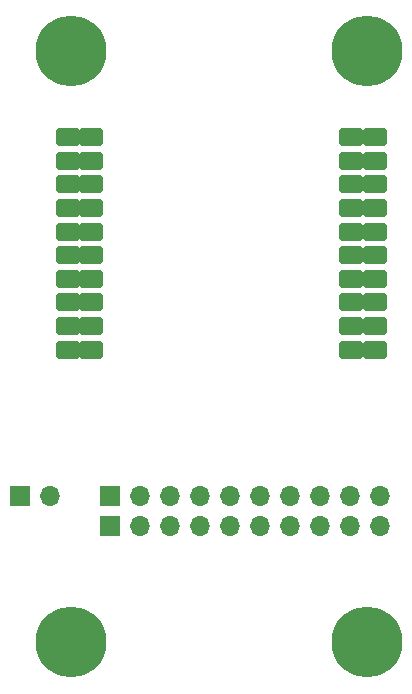
<source format=gbs>
%TF.GenerationSoftware,KiCad,Pcbnew,9.0.0*%
%TF.CreationDate,2025-04-04T06:59:08-07:00*%
%TF.ProjectId,XBee Pro THT Mounting PCB,58426565-2050-4726-9f20-544854204d6f,rev?*%
%TF.SameCoordinates,Original*%
%TF.FileFunction,Soldermask,Bot*%
%TF.FilePolarity,Negative*%
%FSLAX46Y46*%
G04 Gerber Fmt 4.6, Leading zero omitted, Abs format (unit mm)*
G04 Created by KiCad (PCBNEW 9.0.0) date 2025-04-04 06:59:08*
%MOMM*%
%LPD*%
G01*
G04 APERTURE LIST*
G04 Aperture macros list*
%AMRoundRect*
0 Rectangle with rounded corners*
0 $1 Rounding radius*
0 $2 $3 $4 $5 $6 $7 $8 $9 X,Y pos of 4 corners*
0 Add a 4 corners polygon primitive as box body*
4,1,4,$2,$3,$4,$5,$6,$7,$8,$9,$2,$3,0*
0 Add four circle primitives for the rounded corners*
1,1,$1+$1,$2,$3*
1,1,$1+$1,$4,$5*
1,1,$1+$1,$6,$7*
1,1,$1+$1,$8,$9*
0 Add four rect primitives between the rounded corners*
20,1,$1+$1,$2,$3,$4,$5,0*
20,1,$1+$1,$4,$5,$6,$7,0*
20,1,$1+$1,$6,$7,$8,$9,0*
20,1,$1+$1,$8,$9,$2,$3,0*%
G04 Aperture macros list end*
%ADD10C,6.000000*%
%ADD11R,1.700000X1.700000*%
%ADD12O,1.700000X1.700000*%
%ADD13RoundRect,0.225000X-0.775000X-0.525000X0.775000X-0.525000X0.775000X0.525000X-0.775000X0.525000X0*%
G04 APERTURE END LIST*
D10*
%TO.C,REF\u002A\u002A*%
X106600000Y-61800000D03*
%TD*%
%TO.C,REF\u002A\u002A*%
X131600000Y-61800000D03*
%TD*%
D11*
%TO.C,J3*%
X102240000Y-99400000D03*
D12*
X104780000Y-99400000D03*
%TD*%
D10*
%TO.C,REF\u002A\u002A*%
X106600000Y-111800000D03*
%TD*%
D11*
%TO.C,J2*%
X109860000Y-101940000D03*
D12*
X112400000Y-101940000D03*
X114940000Y-101940000D03*
X117480000Y-101940000D03*
X120020000Y-101940000D03*
X122560000Y-101940000D03*
X125100000Y-101940000D03*
X127640000Y-101940000D03*
X130180000Y-101940000D03*
X132720000Y-101940000D03*
%TD*%
D11*
%TO.C,J1*%
X109860000Y-99400000D03*
D12*
X112400000Y-99400000D03*
X114940000Y-99400000D03*
X117480000Y-99400000D03*
X120020000Y-99400000D03*
X122560000Y-99400000D03*
X125100000Y-99400000D03*
X127640000Y-99400000D03*
X130180000Y-99400000D03*
X132720000Y-99400000D03*
%TD*%
D10*
%TO.C,REF\u002A\u002A*%
X131600000Y-111800000D03*
%TD*%
D13*
%TO.C,XBee1*%
X106277500Y-69045000D03*
X108277500Y-69045000D03*
X106277500Y-71045000D03*
X108277500Y-71045000D03*
X106277500Y-73045000D03*
X108277500Y-73045000D03*
X106277500Y-75045000D03*
X108277500Y-75045000D03*
X106277500Y-77045000D03*
X108277500Y-77045000D03*
X106277500Y-79045000D03*
X108277500Y-79045000D03*
X106277500Y-81045000D03*
X108277500Y-81045000D03*
X106277500Y-83045000D03*
X108277500Y-83045000D03*
X106277500Y-85045000D03*
X108277500Y-85045000D03*
X106277500Y-87045000D03*
X108277500Y-87045000D03*
X130277500Y-87045000D03*
X132277500Y-87045000D03*
X130277500Y-85045000D03*
X132277500Y-85045000D03*
X130277500Y-83045000D03*
X132277500Y-83045000D03*
X130277500Y-81045000D03*
X132277500Y-81045000D03*
X130277500Y-79045000D03*
X132277500Y-79045000D03*
X130277500Y-77045000D03*
X132277500Y-77045000D03*
X130277500Y-75045000D03*
X132277500Y-75045000D03*
X130277500Y-73045000D03*
X132277500Y-73045000D03*
X130277500Y-71045000D03*
X132277500Y-71045000D03*
X130277500Y-69045000D03*
X132277500Y-69045000D03*
%TD*%
M02*

</source>
